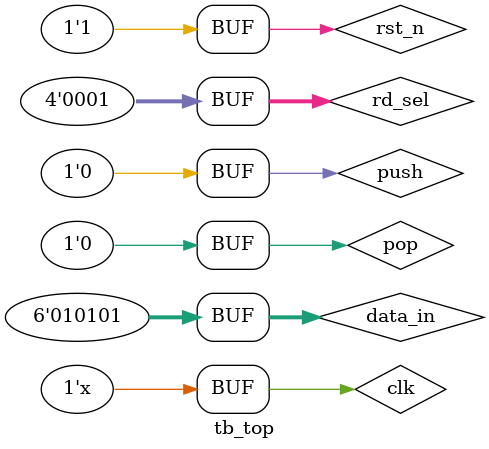
<source format=v>
`timescale 1ns / 1ps


module tb_top(

    );
reg clk;
reg rst_n; 
reg push;
reg pop;
reg [5:0] data_in;
reg [3:0] rd_sel;
wire full;
wire empty;
wire [5:0] data_out;
queue queue_top(.clk(clk), .rst_n(rst_n), .push(push), .pop(pop), .data_in(data_in), .rd_sel(rd_sel), .full(full), .empty(empty), .data_out(data_out));
initial
begin
    clk = 0;
end
initial
begin
    rst_n = 0;
    push = 0;
    pop = 0;
    #10
    // PUSH ALL
    // push lan 1
    rst_n = 1;
    push = 1;
    pop = 0;
    data_in = 6'd62;
    #2
    push = 0;
    pop = 0;
    data_in = 6'bxxxxxx;
    #2
    // push lan 2
    push = 1;
    pop = 0;
    data_in = 6'd61;
    #2
    push = 0;
    pop = 0;
    data_in = 6'bxxxxxx;
    #2
    // push lan 3
    push = 1;
    pop = 0;
    data_in = 6'd59;
    #2
    push = 0;
    pop = 0;
    data_in = 6'bxxxxxx;
    #2
    // push lan cuoi
    push = 1;
    pop = 0;
    data_in = 6'd55;
    #2
    push = 0;
    pop = 0;
    data_in = 6'bxxxxxx;
    #2
    push = 1;
    pop = 0;
    data_in = 6'd60;
    #10
    // POP ALL
    // pop lan 1
    push = 1;
    pop = 1;
    rd_sel = 4'b0001;
    #2
    push = 0;
    pop = 0;
    rd_sel = 4'bxxxx;
    #2
    // pop lan 2
    push = 0;
    pop = 1;
    rd_sel = 4'b0001;
    #2
    push = 0;
    pop = 0;
    rd_sel = 4'bxxxx;
    #2
    // pop lan 3
    push = 0;
    pop = 1;
    rd_sel = 4'b0010;
    #2
    push = 0;
    pop = 0;
    rd_sel = 4'bxxxx;
    #2
    // pop lan 4
    push = 0;
    pop = 1;
    rd_sel = 4'b0001;
    #2
    push = 0;
    pop = 0;
    rd_sel = 4'bxxxx;
    #2
    push = 0;
    pop = 1;
    rd_sel = 4'b0001;
    #2
    push = 0;
    pop = 0;
    rd_sel = 4'bxxxx;
    #2
    //PUSH THEN POP
    // push 1 pop 1
    push = 1;
    pop = 0;
    data_in = 6'd22;
    #2 
    push = 0;
    pop = 0;
    data_in = 6'dx;
    #2
    push = 0;
    pop = 1;
    rd_sel = 4'b0100;
    #2
    push = 0;
    pop = 0;
    rd_sel = 4'bxxxx;
    #2
    push = 0;
    pop = 1;
    rd_sel = 4'b0001;
    #2
    push = 0;
    pop = 0;
    rd_sel = 4'bxxxx;
    #2
    // push 2 pop 2
    push = 1;
    pop = 0;
    data_in = 6'd23;
    #2
    push = 0;
    pop = 0;
    data_in = 6'bxxxxxx;
    #2
    push = 1;
    pop = 0;
    data_in = 6'd24;
    #2
    push = 0;
    pop = 0;
    data_in = 6'bxxxxxx;
    #2
    push = 0;
    pop = 1;
    rd_sel = 4'b0010;
    #2
    push = 0;
    pop = 0;
    rd_sel = 4'bxxxx;
    #2
    push = 0;
    pop = 1;
    rd_sel = 4'b0010;
    #2
    push = 0;
    pop = 0;
    rd_sel = 4'bxxxx;
    #2
    push = 0;
    pop = 1;
    rd_sel = 4'b0001;
    #2
    push = 0;
    pop = 0;
    rd_sel = 4'bxxxx;
    #2
    // push 3 pop 3
    push = 1;
    pop = 0;
    data_in = 6'd25;
    #2
    push = 0;
    pop = 0;
    data_in = 6'bxxxxxx;
    #2
    push = 1;
    pop = 0;
    data_in = 6'd26;
    #2
    push = 0;
    pop = 0;
    data_in = 6'bxxxxxx;
    #2
    push = 1;
    pop = 0;
    data_in = 6'd27;
    #2
    push = 0;
    pop = 0;
    data_in = 6'bxxxxxx;
    #2
    push = 1;
    pop = 1;
    data_in = 6'd28;
    rd_sel = 4'b1000;
    #2
    push = 0;
    pop = 0;
    data_in = 6'dx;
    rd_sel = 4'bxxxx;
    #2
    push = 1;
    pop = 1;
    data_in = 6'd29;
    rd_sel = 4'b1000;
    #2
    push = 0;
    pop = 0;
    data_in = 6'dx;
    rd_sel = 4'bxxxx;
    #2
    push = 0;
    pop = 1;
    rd_sel = 4'b1000;
    #2
    push = 0;
    pop = 0;
    rd_sel = 4'bxxxx;
    #2
    push = 0;
    pop = 1;
    rd_sel = 4'b0010;
    #2
    push = 0;
    pop = 0;
    rd_sel = 4'bxxxx;
    #2
    push = 0;
    pop = 1;
    rd_sel = 4'b0001;
    #2
    push = 0;
    pop = 0;
    rd_sel = 4'bxxxx;
    #2
    push = 0;
    pop = 1;
    rd_sel = 4'b0001;
    #2
    push = 0;
    pop = 0;
    rd_sel = 4'bxxxx;
    #2
    // push 4 pop 4
    push = 1;
    pop = 0;
    data_in = 6'd25;
    #2
    push = 0;
    pop = 0;
    data_in = 6'dx;
    #2
    push = 1;
    pop = 0;
    data_in = 6'd26;
    #2
    push = 0;
    pop = 0;
    data_in = 6'dx;
    #2
    push = 1;
    pop = 0;
    data_in = 6'd27;
    #2
    push = 0;
    pop = 0;
    data_in = 6'dx;
    #2
    push = 1;
    pop = 0;
    data_in = 6'd28;
    #2
    push = 0;
    pop = 0;
    data_in = 6'dx;
    #2
    push = 0;
    pop = 1;
    rd_sel = 4'b0001;
    #2
    push = 0;
    pop = 0;
    rd_sel = 4'bxxxx;
    #2
    push = 0;
    pop = 1;
    rd_sel = 4'b1000;
    #2
    push = 0;
    pop = 0;
    rd_sel = 4'bxxxx;
    #2
    push = 0;
    pop = 1;
    rd_sel = 4'b0001;
    #2
    push = 0;
    pop = 0;
    rd_sel = 4'bxxxx;
    #2
    push = 0;
    pop = 1;
    rd_sel = 4'b0001;
    #2
    push = 0;
    pop = 0;
    rd_sel = 4'bxxxx;
    #2
    push = 0;
    pop = 1;
    rd_sel = 4'b0001;
    #2
    push = 0;
    pop = 0;
    rd_sel = 4'bxxxx;
    #2
    // PUSH and POP
    pop = 1;
    push = 1;
    data_in = 6'd49;
    rd_sel = 4'b0010;
    #2
    push = 0;
    pop = 0;
    data_in = 6'bxxxxxx;
    rd_sel = 4'bxxxx;
    #2
    push = 1;
    pop = 0;
    data_in = 6'd51;
    #2
    push = 0;
    pop = 0;
    data_in = 6'bxxxxxx;
    #2
    push = 1;
    pop = 0;
    data_in = 6'd63;
    #2
    push = 0;
    pop = 0;
    data_in = 6'bxxxxxx;
    #2
    push = 1;
    pop = 0;
    data_in = 6'd10;
    #2
    push = 0;
    pop = 0;
    data_in = 6'bxxxxxx;
    #2
    push = 1;
    pop = 1;
    data_in = 6'd21;
    rd_sel = 4'b0001;
    #2
    push = 0;
    pop = 0;
    data_in = 6'dx;
    rd_sel = 4'bxxxx;
    #2
    push = 1;
    pop = 1;
    data_in = 6'd36;
    rd_sel = 4'b1000;
    #2
    push = 0;
    pop = 0;
    data_in = 6'dx;
    rd_sel = 4'bxxxx;
    #2
    rst_n = 0;
    #10
    // k?t h?p các ch?c n?ng
    // push 1, pushpop 1, pop 1
    rst_n = 1;
    pop = 0;
    push = 1;
    data_in = 6'd10;
    #2
    pop = 0;
    push = 0;
    data_in = 6'dx;
    #2
    pop = 1;
    push = 1;
    data_in = 6'd15;
    rd_sel = 4'b0001;
    #2
    pop = 0;
    push = 0;
    data_in = 6'dx;
    rd_sel = 4'bxxxx;
    #2
    pop = 1;
    push = 0;
    rd_sel = 4'b0001;
    #2
    pop = 0;
    push = 0;
    rd_sel = 4'bxxxx;
    #2
    /*pop = 0;
    push = 1;
    data_in = 6'd18;
    #2*/
    /*pop = 0;
    push = 1;
    data_in = 6'd12;
    #2
    push = 0;
    pop = 0;
    data_in = 6'bxxxxxx;
    #2*/
    // push 2, pushpop2, pop 2
    pop = 0;
    push = 1;
    data_in = 6'd10;
    #2
    push = 1;
    data_in = 6'd12;
    #2
    pop = 0;
    push = 1;
    data_in = 6'd15;
    //rd_sel = 4'b0001;
    #2
    pop = 1;
    push = 0;
    //data_in = 6'd17;
    rd_sel = 4'b0010;
    #2
    pop = 1;
    push = 1;
    data_in = 6'd18;
    rd_sel = 4'b1000;
    #2
    pop = 1;
    push = 0;
    rd_sel = 4'b0001;
    #2
    pop = 1;
    push = 0;
    rd_sel = 4'b0010;
    #2
    pop = 1;
    push = 0;
    rd_sel = 4'b0010;
    #2
    pop = 1;
    push = 0;
    rd_sel = 4'b0001;
    #2
    //push 3, pushpop 3, pop 3
    pop = 1;
    push = 0;
    rd_sel = 4'b0001;
    #2
    push = 1;
    pop = 1;
    data_in = 6'd1;
    rd_sel = 4'b0001;
    #2
    push = 0;
    pop = 1;
    rd_sel = 4'b0100;
    #2
    push = 1;
    pop = 0;
    data_in = 6'd2;
    #2
    push = 1;
    pop = 1;
    rd_sel = 4'b1000;
    data_in = 6'd3;
    #2
    push = 1;
    pop = 1;
    rd_sel = 4'b0010;
    data_in = 6'd4;
    #2
    // push 4, pushpop 4, pop 4
    push = 1;
    pop = 0;
    data_in = 6'd5;
    #2
    push = 1;
    pop = 1;
    data_in =  6'd6;
    rd_sel = 4'b0001;
    #2
    push = 1;
    pop = 1;
    data_in = 6'd8;
    rd_sel = 4'b1000;
    #2
    push = 1;
    pop = 1;
    data_in = 6'd10;
    rd_sel = 4'b0010;
    #2
    push = 0;
    pop = 1;
    //data_in = 6'd8;
    rd_sel = 4'b0001;
    #2
    push = 1;
    pop = 0;
    data_in = 6'd7;
    #2
    push = 1;
    pop = 1;
    data_in = 6'd8;
    rd_sel = 4'b1000;
    #2
    push = 1;
    pop = 0;
    data_in =  6'd9;
    #2
    push = 1;
    pop = 1;
    data_in =  6'd12;
    rd_sel = 4'b0010;
    #2
    pop = 1;
    push = 0;
    rd_sel = 4'b0100;
    #2
    push = 0;
    pop = 1;
    data_in = 6'd10;
    rd_sel = 4'b0001;
    #2
    pop = 1;
    data_in = 6'd39;
    rd_sel = 4'b0001;
    #2
    push = 1;
    pop = 0;
    data_in = 6'd36;
    #2
    push = 0;
    pop = 1;
    rd_sel = 4'b0010;
    #2
    pop = 1;
    push = 1;
    data_in = 6'd19;
    rd_sel = 4'b0001;
    #2
    push = 0;
    pop = 1;
    rd_sel = 4'b0001;
    #2
    pop = 1;
    push = 1;
    data_in = 6'd20;
    rd_sel = 4'b0001;
    #2
    pop = 1;
    push = 0;
    rd_sel = 4'b0001;
    #2
    push = 1;
    pop = 1;
    data_in = 6'd21;
    #2 
    push = 0;
    pop = 0;
end
always #1 clk = !clk;
endmodule

</source>
